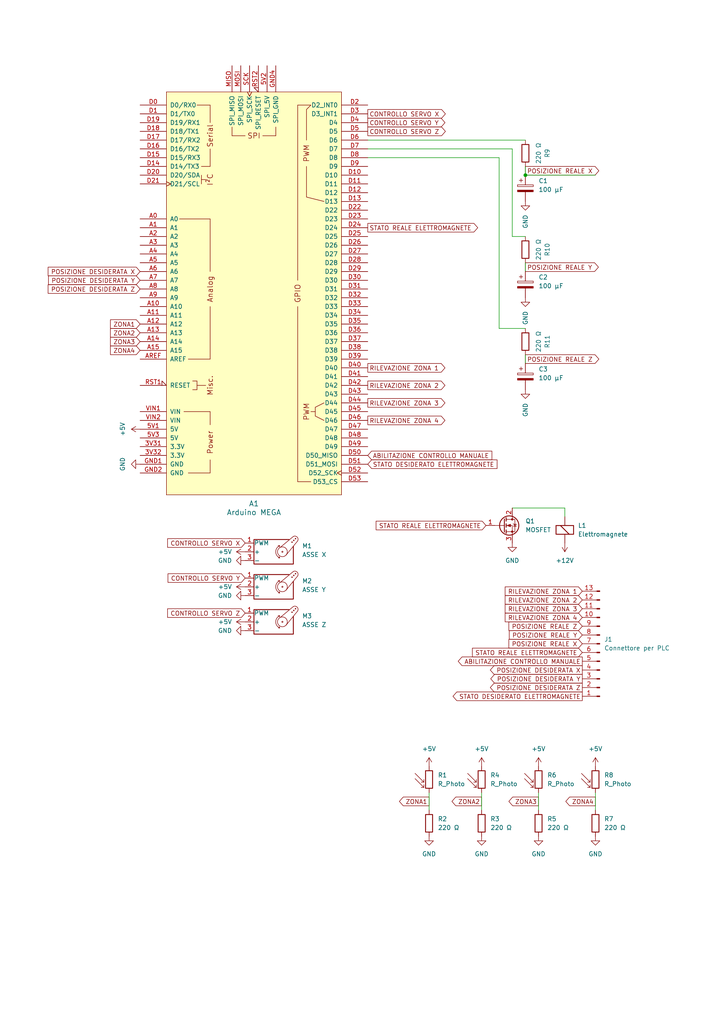
<source format=kicad_sch>
(kicad_sch (version 20230121) (generator eeschema)
  (paper "A4" portrait)
  (title_block (title "Schema Carroponte") (date "2023-07-17"))
  (lib_symbols
    (symbol "Connector:Conn_01x13_Pin" (pin_names (offset 1.016) hide)
      (property "Reference" "J" (at 0 17.78 0))
      (property "Value" "Conn_01x13_Pin" (at 0 -17.78 0))
      (symbol "Conn_01x13_Pin_1_1"
        (polyline (pts (xy 1.27 -15.24) (xy 0.8636 -15.24)) (stroke (width 0.1524)))
        (polyline (pts (xy 1.27 -12.7) (xy 0.8636 -12.7)) (stroke (width 0.1524)))
        (polyline (pts (xy 1.27 -10.16) (xy 0.8636 -10.16)) (stroke (width 0.1524)))
        (polyline (pts (xy 1.27 -7.62) (xy 0.8636 -7.62)) (stroke (width 0.1524)))
        (polyline (pts (xy 1.27 -5.08) (xy 0.8636 -5.08)) (stroke (width 0.1524)))
        (polyline (pts (xy 1.27 -2.54) (xy 0.8636 -2.54)) (stroke (width 0.1524)))
        (polyline (pts (xy 1.27 0) (xy 0.8636 0)) (stroke (width 0.1524)))
        (polyline (pts (xy 1.27 2.54) (xy 0.8636 2.54)) (stroke (width 0.1524)))
        (polyline (pts (xy 1.27 5.08) (xy 0.8636 5.08)) (stroke (width 0.1524)))
        (polyline (pts (xy 1.27 7.62) (xy 0.8636 7.62)) (stroke (width 0.1524)))
        (polyline (pts (xy 1.27 10.16) (xy 0.8636 10.16)) (stroke (width 0.1524)))
        (polyline (pts (xy 1.27 12.7) (xy 0.8636 12.7)) (stroke (width 0.1524)))
        (polyline (pts (xy 1.27 15.24) (xy 0.8636 15.24)) (stroke (width 0.1524)))
        (rectangle (start 0.8636 -15.113) (end 0 -15.367) (stroke (width 0.1524)) (fill (type outline)))
        (rectangle (start 0.8636 -12.573) (end 0 -12.827) (stroke (width 0.1524)) (fill (type outline)))
        (rectangle (start 0.8636 -10.033) (end 0 -10.287) (stroke (width 0.1524)) (fill (type outline)))
        (rectangle (start 0.8636 -7.493) (end 0 -7.747) (stroke (width 0.1524)) (fill (type outline)))
        (rectangle (start 0.8636 -4.953) (end 0 -5.207) (stroke (width 0.1524)) (fill (type outline)))
        (rectangle (start 0.8636 -2.413) (end 0 -2.667) (stroke (width 0.1524)) (fill (type outline)))
        (rectangle (start 0.8636 0.127) (end 0 -0.127) (stroke (width 0.1524)) (fill (type outline)))
        (rectangle (start 0.8636 2.667) (end 0 2.413) (stroke (width 0.1524)) (fill (type outline)))
        (rectangle (start 0.8636 5.207) (end 0 4.953) (stroke (width 0.1524)) (fill (type outline)))
        (rectangle (start 0.8636 7.747) (end 0 7.493) (stroke (width 0.1524)) (fill (type outline)))
        (rectangle (start 0.8636 10.287) (end 0 10.033) (stroke (width 0.1524)) (fill (type outline)))
        (rectangle (start 0.8636 12.827) (end 0 12.573) (stroke (width 0.1524)) (fill (type outline)))
        (rectangle (start 0.8636 15.367) (end 0 15.113) (stroke (width 0.1524)) (fill (type outline)))
        (pin passive line (at 5.08 15.24 180) (length 3.81) (name "Pin_1") (number "1"))
        (pin passive line (at 5.08 -7.62 180) (length 3.81) (name "Pin_10") (number "10"))
        (pin passive line (at 5.08 -10.16 180) (length 3.81) (name "Pin_11") (number "11"))
        (pin passive line (at 5.08 -12.7 180) (length 3.81) (name "Pin_12") (number "12"))
        (pin passive line (at 5.08 -15.24 180) (length 3.81) (name "Pin_13") (number "13"))
        (pin passive line (at 5.08 12.7 180) (length 3.81) (name "Pin_2") (number "2"))
        (pin passive line (at 5.08 10.16 180) (length 3.81) (name "Pin_3") (number "3"))
        (pin passive line (at 5.08 7.62 180) (length 3.81) (name "Pin_4") (number "4"))
        (pin passive line (at 5.08 5.08 180) (length 3.81) (name "Pin_5") (number "5"))
        (pin passive line (at 5.08 2.54 180) (length 3.81) (name "Pin_6") (number "6"))
        (pin passive line (at 5.08 0 180) (length 3.81) (name "Pin_7") (number "7"))
        (pin passive line (at 5.08 -2.54 180) (length 3.81) (name "Pin_8") (number "8"))
        (pin passive line (at 5.08 -5.08 180) (length 3.81) (name "Pin_9") (number "9"))
      )
    )
    (symbol "Device:C_Polarized" (pin_numbers hide) (pin_names (offset 0.254))
      (property "Reference" "C" (at 0.635 2.54 0))
      (property "Value" "C_Polarized" (at 0.635 -2.54 0))
      (symbol "C_Polarized_0_1"
        (rectangle (start -2.286 0.508) (end 2.286 1.016))
        (polyline (pts (xy -1.778 2.286) (xy -0.762 2.286)))
        (polyline (pts (xy -1.27 2.794) (xy -1.27 1.778)))
        (rectangle (start 2.286 -0.508) (end -2.286 -1.016) (fill (type outline)))
      )
      (symbol "C_Polarized_1_1"
        (pin passive line (at 0 3.81 270) (length 2.794) (name "~") (number "1"))
        (pin passive line (at 0 -3.81 90) (length 2.794) (name "~") (number "2"))
      )
    )
    (symbol "Device:ElectromagneticActor" (pin_numbers hide) (pin_names (offset 0.0254) hide)
      (property "Reference" "L" (at 1.27 3.81 0))
      (property "Value" "ElectromagneticActor" (at 1.27 -1.27 0))
      (symbol "ElectromagneticActor_0_1"
        (rectangle (start -2.54 2.54) (end 2.54 0) (stroke (width 0.254)))
        (polyline (pts (xy -1.27 2.54) (xy 1.27 0)) (stroke (width 0.254)))
      )
      (symbol "ElectromagneticActor_1_1"
        (pin passive line (at 0 5.08 270) (length 2.54) (name "-") (number "1"))
        (pin passive line (at 0 -2.54 90) (length 2.54) (name "+") (number "2"))
      )
    )
    (symbol "Device:Q_NMOS_GDS" (pin_names (offset 0) hide)
      (property "Reference" "Q" (at 5.08 1.27 0))
      (property "Value" "Q_NMOS_GDS" (at 5.08 -1.27 0))
      (symbol "Q_NMOS_GDS_0_1"
        (polyline (pts (xy 0.254 0) (xy -2.54 0)))
        (polyline (pts (xy 0.254 1.905) (xy 0.254 -1.905)) (stroke (width 0.254)))
        (polyline (pts (xy 0.762 -1.27) (xy 0.762 -2.286)) (stroke (width 0.254)))
        (polyline (pts (xy 0.762 0.508) (xy 0.762 -0.508)) (stroke (width 0.254)))
        (polyline (pts (xy 0.762 2.286) (xy 0.762 1.27)) (stroke (width 0.254)))
        (polyline (pts (xy 2.54 2.54) (xy 2.54 1.778)))
        (polyline (pts (xy 2.54 -2.54) (xy 2.54 0) (xy 0.762 0)))
        (polyline (pts (xy 0.762 -1.778) (xy 3.302 -1.778) (xy 3.302 1.778) (xy 0.762 1.778)))
        (polyline (pts (xy 1.016 0) (xy 2.032 0.381) (xy 2.032 -0.381) (xy 1.016 0)) (fill (type outline)))
        (polyline (pts (xy 2.794 0.508) (xy 2.921 0.381) (xy 3.683 0.381) (xy 3.81 0.254)))
        (polyline (pts (xy 3.302 0.381) (xy 2.921 -0.254) (xy 3.683 -0.254) (xy 3.302 0.381)))
        (circle (center 1.651 0) (radius 2.794) (stroke (width 0.254)))
        (circle (center 2.54 -1.778) (radius 0.254) (fill (type outline)))
        (circle (center 2.54 1.778) (radius 0.254) (fill (type outline)))
      )
      (symbol "Q_NMOS_GDS_1_1"
        (pin input line (at -5.08 0 0) (length 2.54) (name "G") (number "1"))
        (pin passive line (at 2.54 5.08 270) (length 2.54) (name "D") (number "2"))
        (pin passive line (at 2.54 -5.08 90) (length 2.54) (name "S") (number "3"))
      )
    )
    (symbol "Device:R" (pin_numbers hide) (pin_names (offset 0))
      (property "Reference" "R" (at 2.032 0 90))
      (property "Value" "R" (at 0 0 90))
      (symbol "R_0_1"
        (rectangle (start -1.016 -2.54) (end 1.016 2.54) (stroke (width 0.254)))
      )
      (symbol "R_1_1"
        (pin passive line (at 0 3.81 270) (length 1.27) (name "~") (number "1"))
        (pin passive line (at 0 -3.81 90) (length 1.27) (name "~") (number "2"))
      )
    )
    (symbol "Device:R_Photo" (pin_numbers hide) (pin_names (offset 0))
      (property "Reference" "R" (at 1.27 1.27 0))
      (property "Value" "R_Photo" (at 1.27 0 0))
      (symbol "R_Photo_0_1"
        (rectangle (start -1.016 2.54) (end 1.016 -2.54) (stroke (width 0.254)))
        (polyline (pts (xy -1.524 -2.286) (xy -4.064 0.254)))
        (polyline (pts (xy -1.524 -2.286) (xy -2.286 -2.286)))
        (polyline (pts (xy -1.524 -2.286) (xy -1.524 -1.524)))
        (polyline (pts (xy -1.524 -0.762) (xy -4.064 1.778)))
        (polyline (pts (xy -1.524 -0.762) (xy -2.286 -0.762)))
        (polyline (pts (xy -1.524 -0.762) (xy -1.524 0)))
      )
      (symbol "R_Photo_1_1"
        (pin passive line (at 0 3.81 270) (length 1.27) (name "~") (number "1"))
        (pin passive line (at 0 -3.81 90) (length 1.27) (name "~") (number "2"))
      )
    )
    (symbol "Motor:Motor_Servo" (pin_names (offset 0.0254))
      (property "Reference" "M" (at -5.08 4.445 0))
      (property "Value" "Motor_Servo" (at -5.08 -4.064 0))
      (symbol "Motor_Servo_0_1"
        (polyline (pts (xy 2.413 -1.778) (xy 2.032 -1.778)))
        (polyline (pts (xy 2.413 -1.778) (xy 2.286 -1.397)))
        (polyline (pts (xy 2.413 1.778) (xy 1.905 1.778)))
        (polyline (pts (xy 2.413 1.778) (xy 2.286 1.397)))
        (polyline (pts (xy 6.35 4.445) (xy 2.54 1.27)))
        (polyline (pts (xy 7.62 3.175) (xy 4.191 -1.016)))
        (polyline (pts (xy 5.08 3.556) (xy -5.08 3.556) (xy -5.08 -3.556) (xy 6.35 -3.556) (xy 6.35 1.524)) (stroke (width 0.254)))
        (arc (start 2.413 1.778) (mid 1.2406 0) (end 2.413 -1.778))
        (circle (center 3.175 0) (radius 0.1778))
        (circle (center 3.175 0) (radius 1.4224))
        (circle (center 5.969 2.794) (radius 0.127))
        (circle (center 6.477 3.302) (radius 0.127))
        (circle (center 6.985 3.81) (radius 0.127))
        (arc (start 7.62 3.175) (mid 7.4485 4.2735) (end 6.35 4.445))
      )
      (symbol "Motor_Servo_1_1"
        (pin passive line (at -7.62 2.54 0) (length 2.54) (name "PWM") (number "1"))
        (pin passive line (at -7.62 0 0) (length 2.54) (name "+") (number "2"))
        (pin passive line (at -7.62 -2.54 0) (length 2.54) (name "-") (number "3"))
      )
    )
    (symbol "PCM_arduino-library:Clone_Mega2560_Pro_Socket" (pin_names (offset 1.016))
      (property "Reference" "A" (at 0 -62.23 0))
      (property "Value" "Clone_Mega2560_Pro_Socket" (at 0 -66.04 0))
      (symbol "Clone_Mega2560_Pro_Socket_0_0"
        (rectangle (start -25.4 -58.42) (end 25.4 58.42) (fill (type background)))
        (rectangle (start -20.32 -34.29) (end -12.7 -34.29))
        (rectangle (start -19.05 -52.07) (end -12.7 -52.07))
        (rectangle (start -19.05 -19.05) (end -12.7 -19.05))
        (rectangle (start -17.78 -27.94) (end -16.51 -27.94))
        (rectangle (start -17.78 -25.4) (end -16.51 -25.4))
        (rectangle (start -16.51 -26.67) (end -13.97 -26.67))
        (rectangle (start -16.51 -25.4) (end -16.51 -27.94))
        (rectangle (start -16.51 54.61) (end -12.7 54.61))
        (rectangle (start -15.24 33.02) (end -13.97 33.02))
        (rectangle (start -15.24 34.29) (end -15.24 31.75))
        (rectangle (start -15.24 36.83) (end -12.7 36.83))
        (rectangle (start -12.7 -48.26) (end -12.7 -52.07))
        (rectangle (start -12.7 -34.29) (end -12.7 -38.1))
        (rectangle (start -12.7 41.91) (end -12.7 36.83))
        (rectangle (start -12.7 49.53) (end -12.7 54.61))
        (rectangle (start -6.35 48.26) (end -6.35 45.72))
        (rectangle (start -2.54 45.72) (end -6.35 45.72))
        (polyline (pts (xy -21.59 21.59) (xy -12.7 21.59)))
        (polyline (pts (xy -12.7 -19.05) (xy -12.7 -3.81)))
        (polyline (pts (xy -12.7 6.35) (xy -12.7 21.59)))
        (polyline (pts (xy 12.7 -54.61) (xy 16.51 -54.61)))
        (polyline (pts (xy 12.7 54.61) (xy 16.51 54.61)))
        (polyline (pts (xy 17.78 -34.29) (xy 16.51 -34.29)))
        (polyline (pts (xy 15.24 36.83) (xy 15.24 27.94) (xy 20.32 26.67)))
        (polyline (pts (xy 15.24 44.45) (xy 15.24 53.34) (xy 16.51 54.61)))
        (polyline (pts (xy 20.32 -31.75) (xy 17.78 -33.02) (xy 17.78 -35.56) (xy 20.32 -36.83)))
        (rectangle (start 6.35 45.72) (end 2.54 45.72))
        (rectangle (start 6.35 48.26) (end 6.35 45.72))
        (text "Analog" (at -12.7 1.27 900) (effects (font (size 1.524 1.524))))
        (text "I²C" (at -12.7 33.02 900) (effects (font (size 1.524 1.524))))
        (text "Misc." (at -12.7 -26.67 900) (effects (font (size 1.524 1.524))))
        (text "Power" (at -12.7 -43.18 900) (effects (font (size 1.524 1.524))))
        (text "PWM" (at 15.24 -34.29 900) (effects (font (size 1.524 1.524))))
        (text "PWM" (at 15.24 40.64 900) (effects (font (size 1.524 1.524))))
        (text "Serial" (at -12.7 45.72 900) (effects (font (size 1.524 1.524))))
        (text "SPI" (at 0 45.72 0) (effects (font (size 1.524 1.524))))
      )
      (symbol "Clone_Mega2560_Pro_Socket_1_0"
        (rectangle (start 12.7 -54.61) (end 12.7 -3.81))
        (rectangle (start 12.7 54.61) (end 12.7 3.81))
        (text "GPIO" (at 12.7 0 900) (effects (font (size 1.524 1.524))))
      )
      (symbol "Clone_Mega2560_Pro_Socket_1_1"
        (pin power_out line (at -33.02 -44.45 0) (length 7.62) (name "3.3V") (number "3V31"))
        (pin power_out line (at -33.02 -46.99 0) (length 7.62) (name "3.3V") (number "3V32"))
        (pin power_in line (at -33.02 -39.37 0) (length 7.62) (name "5V") (number "5V1"))
        (pin power_in line (at 3.81 66.04 270) (length 7.62) (name "SPI_5V") (number "5V2"))
        (pin power_in line (at -33.02 -41.91 0) (length 7.62) (name "5V") (number "5V3"))
        (pin bidirectional line (at -33.02 21.59 0) (length 7.62) (name "A0") (number "A0"))
        (pin bidirectional line (at -33.02 19.05 0) (length 7.62) (name "A1") (number "A1"))
        (pin bidirectional line (at -33.02 -3.81 0) (length 7.62) (name "A10") (number "A10"))
        (pin bidirectional line (at -33.02 -6.35 0) (length 7.62) (name "A11") (number "A11"))
        (pin bidirectional line (at -33.02 -8.89 0) (length 7.62) (name "A12") (number "A12"))
        (pin bidirectional line (at -33.02 -11.43 0) (length 7.62) (name "A13") (number "A13"))
        (pin bidirectional line (at -33.02 -13.97 0) (length 7.62) (name "A14") (number "A14"))
        (pin bidirectional line (at -33.02 -16.51 0) (length 7.62) (name "A15") (number "A15"))
        (pin bidirectional line (at -33.02 16.51 0) (length 7.62) (name "A2") (number "A2"))
        (pin bidirectional line (at -33.02 13.97 0) (length 7.62) (name "A3") (number "A3"))
        (pin bidirectional line (at -33.02 11.43 0) (length 7.62) (name "A4") (number "A4"))
        (pin bidirectional line (at -33.02 8.89 0) (length 7.62) (name "A5") (number "A5"))
        (pin bidirectional line (at -33.02 6.35 0) (length 7.62) (name "A6") (number "A6"))
        (pin bidirectional line (at -33.02 3.81 0) (length 7.62) (name "A7") (number "A7"))
        (pin bidirectional line (at -33.02 1.27 0) (length 7.62) (name "A8") (number "A8"))
        (pin bidirectional line (at -33.02 -1.27 0) (length 7.62) (name "A9") (number "A9"))
        (pin input line (at -33.02 -19.05 0) (length 7.62) (name "AREF") (number "AREF"))
        (pin bidirectional line (at -33.02 54.61 0) (length 7.62) (name "D0/RX0") (number "D0"))
        (pin bidirectional line (at -33.02 52.07 0) (length 7.62) (name "D1/TX0") (number "D1"))
        (pin bidirectional line (at 33.02 34.29 180) (length 7.62) (name "D10") (number "D10"))
        (pin bidirectional line (at 33.02 31.75 180) (length 7.62) (name "D11") (number "D11"))
        (pin bidirectional line (at 33.02 29.21 180) (length 7.62) (name "D12") (number "D12"))
        (pin bidirectional line (at 33.02 26.67 180) (length 7.62) (name "D13") (number "D13"))
        (pin bidirectional line (at -33.02 36.83 0) (length 7.62) (name "D14/TX3") (number "D14"))
        (pin bidirectional line (at -33.02 39.37 0) (length 7.62) (name "D15/RX3") (number "D15"))
        (pin bidirectional line (at -33.02 41.91 0) (length 7.62) (name "D16/TX2") (number "D16"))
        (pin bidirectional line (at -33.02 44.45 0) (length 7.62) (name "D17/RX2") (number "D17"))
        (pin bidirectional line (at -33.02 46.99 0) (length 7.62) (name "D18/TX1") (number "D18"))
        (pin bidirectional line (at -33.02 49.53 0) (length 7.62) (name "D19/RX1") (number "D19"))
        (pin bidirectional line (at 33.02 54.61 180) (length 7.62) (name "D2_INT0") (number "D2"))
        (pin bidirectional line (at -33.02 34.29 0) (length 7.62) (name "D20/SDA") (number "D20"))
        (pin bidirectional clock (at -33.02 31.75 0) (length 7.62) (name "D21/SCL") (number "D21"))
        (pin bidirectional line (at 33.02 24.13 180) (length 7.62) (name "D22") (number "D22"))
        (pin bidirectional line (at 33.02 21.59 180) (length 7.62) (name "D23") (number "D23"))
        (pin bidirectional line (at 33.02 19.05 180) (length 7.62) (name "D24") (number "D24"))
        (pin bidirectional line (at 33.02 16.51 180) (length 7.62) (name "D25") (number "D25"))
        (pin bidirectional line (at 33.02 13.97 180) (length 7.62) (name "D26") (number "D26"))
        (pin bidirectional line (at 33.02 11.43 180) (length 7.62) (name "D27") (number "D27"))
        (pin bidirectional line (at 33.02 8.89 180) (length 7.62) (name "D28") (number "D28"))
        (pin bidirectional line (at 33.02 6.35 180) (length 7.62) (name "D29") (number "D29"))
        (pin bidirectional line (at 33.02 52.07 180) (length 7.62) (name "D3_INT1") (number "D3"))
        (pin bidirectional line (at 33.02 3.81 180) (length 7.62) (name "D30") (number "D30"))
        (pin bidirectional line (at 33.02 1.27 180) (length 7.62) (name "D31") (number "D31"))
        (pin bidirectional line (at 33.02 -1.27 180) (length 7.62) (name "D32") (number "D32"))
        (pin bidirectional line (at 33.02 -3.81 180) (length 7.62) (name "D33") (number "D33"))
        (pin bidirectional line (at 33.02 -6.35 180) (length 7.62) (name "D34") (number "D34"))
        (pin bidirectional line (at 33.02 -8.89 180) (length 7.62) (name "D35") (number "D35"))
        (pin bidirectional line (at 33.02 -11.43 180) (length 7.62) (name "D36") (number "D36"))
        (pin bidirectional line (at 33.02 -13.97 180) (length 7.62) (name "D37") (number "D37"))
        (pin bidirectional line (at 33.02 -16.51 180) (length 7.62) (name "D38") (number "D38"))
        (pin bidirectional line (at 33.02 -19.05 180) (length 7.62) (name "D39") (number "D39"))
        (pin bidirectional line (at 33.02 49.53 180) (length 7.62) (name "D4") (number "D4"))
        (pin bidirectional line (at 33.02 -21.59 180) (length 7.62) (name "D40") (number "D40"))
        (pin bidirectional line (at 33.02 -24.13 180) (length 7.62) (name "D41") (number "D41"))
        (pin bidirectional line (at 33.02 -26.67 180) (length 7.62) (name "D42") (number "D42"))
        (pin bidirectional line (at 33.02 -29.21 180) (length 7.62) (name "D43") (number "D43"))
        (pin bidirectional line (at 33.02 -31.75 180) (length 7.62) (name "D44") (number "D44"))
        (pin bidirectional line (at 33.02 -34.29 180) (length 7.62) (name "D45") (number "D45"))
        (pin bidirectional line (at 33.02 -36.83 180) (length 7.62) (name "D46") (number "D46"))
        (pin bidirectional line (at 33.02 -39.37 180) (length 7.62) (name "D47") (number "D47"))
        (pin bidirectional line (at 33.02 -41.91 180) (length 7.62) (name "D48") (number "D48"))
        (pin bidirectional line (at 33.02 -44.45 180) (length 7.62) (name "D49") (number "D49"))
        (pin bidirectional line (at 33.02 46.99 180) (length 7.62) (name "D5") (number "D5"))
        (pin bidirectional line (at 33.02 -46.99 180) (length 7.62) (name "D50_MISO") (number "D50"))
        (pin bidirectional line (at 33.02 -49.53 180) (length 7.62) (name "D51_MOSI") (number "D51"))
        (pin bidirectional clock (at 33.02 -52.07 180) (length 7.62) (name "D52_SCK") (number "D52"))
        (pin bidirectional line (at 33.02 -54.61 180) (length 7.62) (name "D53_CS") (number "D53"))
        (pin bidirectional line (at 33.02 44.45 180) (length 7.62) (name "D6") (number "D6"))
        (pin bidirectional line (at 33.02 41.91 180) (length 7.62) (name "D7") (number "D7"))
        (pin bidirectional line (at 33.02 39.37 180) (length 7.62) (name "D8") (number "D8"))
        (pin bidirectional line (at 33.02 36.83 180) (length 7.62) (name "D9") (number "D9"))
        (pin power_in line (at -33.02 -49.53 0) (length 7.62) (name "GND") (number "GND1"))
        (pin power_in line (at -33.02 -52.07 0) (length 7.62) (name "GND") (number "GND2"))
        (pin power_in line (at 6.35 66.04 270) (length 7.62) (name "SPI_GND") (number "GND4"))
        (pin input line (at -6.35 66.04 270) (length 7.62) (name "SPI_MISO") (number "MISO"))
        (pin output line (at -3.81 66.04 270) (length 7.62) (name "SPI_MOSI") (number "MOSI"))
        (pin open_collector input_low (at -33.02 -26.67 0) (length 7.62) (name "RESET") (number "RST1"))
        (pin open_collector input_low (at 1.27 66.04 270) (length 7.62) (name "SPI_RESET") (number "RST2"))
        (pin output clock (at -1.27 66.04 270) (length 7.62) (name "SPI_SCK") (number "SCK"))
        (pin power_in line (at -33.02 -34.29 0) (length 7.62) (name "VIN") (number "VIN1"))
        (pin power_in line (at -33.02 -36.83 0) (length 7.62) (name "VIN") (number "VIN2"))
      )
    )
    (symbol "power:+12V" (power) (pin_names (offset 0))
      (property "Value" "+12V" (at 0 3.556 0))
      (symbol "+12V_0_1"
        (polyline (pts (xy -0.762 1.27) (xy 0 2.54)))
        (polyline (pts (xy 0 0) (xy 0 2.54)))
        (polyline (pts (xy 0 2.54) (xy 0.762 1.27)))
      )
      (symbol "+12V_1_1"
        (pin power_in line (at 0 0 90) (length 0) hide (name "+12V") (number "1"))
      )
    )
    (symbol "power:+5V" (power) (pin_names (offset 0))
      (property "Value" "+5V" (at 0 3.556 0))
      (symbol "+5V_0_1"
        (polyline (pts (xy -0.762 1.27) (xy 0 2.54)))
        (polyline (pts (xy 0 0) (xy 0 2.54)))
        (polyline (pts (xy 0 2.54) (xy 0.762 1.27)))
      )
      (symbol "+5V_1_1"
        (pin power_in line (at 0 0 90) (length 0) hide (name "+5V") (number "1"))
      )
    )
    (symbol "power:GND" (power) (pin_names (offset 0))
      (property "Value" "GND" (at 0 -3.81 0))
      (symbol "GND_0_1"
        (polyline (pts (xy 0 0) (xy 0 -1.27) (xy 1.27 -1.27) (xy 0 -2.54) (xy -1.27 -1.27) (xy 0 -1.27)))
      )
      (symbol "GND_1_1"
        (pin power_in line (at 0 0 270) (length 0) hide (name "GND") (number "1"))
      )
    )
  )
  (junction (at 152.4 50.8))
  (wire (pts (xy 172.72 234.95) (xy 172.72 229.87)))
  (wire (pts (xy 106.68 43.18) (xy 148.59 43.18)))
  (wire (pts (xy 152.4 102.87) (xy 152.4 105.41)))
  (wire (pts (xy 139.7 234.95) (xy 139.7 229.87)))
  (wire (pts (xy 106.68 45.72) (xy 144.78 45.72)))
  (wire (pts (xy 163.83 147.32) (xy 163.83 149.86)))
  (wire (pts (xy 148.59 43.18) (xy 148.59 68.58)))
  (wire (pts (xy 152.4 40.64) (xy 106.68 40.64)))
  (wire (pts (xy 144.78 95.25) (xy 152.4 95.25)))
  (wire (pts (xy 148.59 68.58) (xy 152.4 68.58)))
  (wire (pts (xy 156.21 234.95) (xy 156.21 229.87)))
  (wire (pts (xy 152.4 48.26) (xy 152.4 50.8)))
  (wire (pts (xy 124.46 234.95) (xy 124.46 229.87)))
  (wire (pts (xy 152.4 76.2) (xy 152.4 78.74)))
  (wire (pts (xy 144.78 45.72) (xy 144.78 95.25)))
  (wire (pts (xy 148.59 147.32) (xy 163.83 147.32)))
  (wire (pts (xy 152.4 50.8) (xy 172.72 50.8)))
  (global_label "ZONA2" (shape input) (at 40.64 96.52 180) (property "Intersheetrefs" "${INTERSHEET_REFS}" (effects hide)))
  (global_label "ABILITAZIONE CONTROLLO MANUALE" (shape output) (at 168.91 191.77 180) (property "Intersheetrefs" "${INTERSHEET_REFS}" (effects hide)))
  (global_label "POSIZIONE REALE Z" (shape input) (at 168.91 181.61 180) (property "Intersheetrefs" "${INTERSHEET_REFS}" (effects hide)))
  (global_label "ZONA1" (shape input) (at 40.64 93.98 180) (property "Intersheetrefs" "${INTERSHEET_REFS}" (effects hide)))
  (global_label "RILEVAZIONE ZONA 1" (shape input) (at 168.91 171.45 180) (property "Intersheetrefs" "${INTERSHEET_REFS}" (effects hide)))
  (global_label "RILEVAZIONE ZONA 2" (shape output) (at 106.68 111.76 0) (property "Intersheetrefs" "${INTERSHEET_REFS}" (effects hide)))
  (global_label "ZONA4" (shape output) (at 172.72 232.41 180) (property "Intersheetrefs" "${INTERSHEET_REFS}" (effects hide)))
  (global_label "POSIZIONE DESIDERATA Y" (shape output) (at 168.91 196.85 180) (property "Intersheetrefs" "${INTERSHEET_REFS}" (effects hide)))
  (global_label "POSIZIONE DESIDERATA Z" (shape input) (at 40.64 83.82 180) (property "Intersheetrefs" "${INTERSHEET_REFS}" (effects hide)))
  (global_label "POSIZIONE DESIDERATA Y" (shape input) (at 40.64 81.28 180) (property "Intersheetrefs" "${INTERSHEET_REFS}" (effects hide)))
  (global_label "STATO DESIDERATO ELETTROMAGNETE" (shape input) (at 106.68 134.62 0) (property "Intersheetrefs" "${INTERSHEET_REFS}" (effects hide)))
  (global_label "POSIZIONE REALE Y" (shape output) (at 152.4 77.47 0) (property "Intersheetrefs" "${INTERSHEET_REFS}" (effects hide)))
  (global_label "POSIZIONE DESIDERATA X" (shape output) (at 168.91 194.31 180) (property "Intersheetrefs" "${INTERSHEET_REFS}" (effects hide)))
  (global_label "RILEVAZIONE ZONA 4" (shape output) (at 106.68 121.92 0) (property "Intersheetrefs" "${INTERSHEET_REFS}" (effects hide)))
  (global_label "CONTROLLO SERVO Z" (shape output) (at 106.68 38.1 0) (property "Intersheetrefs" "${INTERSHEET_REFS}" (effects hide)))
  (global_label "ZONA1" (shape output) (at 124.46 232.41 180) (property "Intersheetrefs" "${INTERSHEET_REFS}" (effects hide)))
  (global_label "STATO REALE ELETTROMAGNETE" (shape output) (at 106.68 66.04 0) (property "Intersheetrefs" "${INTERSHEET_REFS}" (effects hide)))
  (global_label "CONTROLLO SERVO X" (shape output) (at 106.68 33.02 0) (property "Intersheetrefs" "${INTERSHEET_REFS}" (effects hide)))
  (global_label "RILEVAZIONE ZONA 1" (shape output) (at 106.68 106.68 0) (property "Intersheetrefs" "${INTERSHEET_REFS}" (effects hide)))
  (global_label "STATO DESIDERATO ELETTROMAGNETE" (shape output) (at 168.91 201.93 180) (property "Intersheetrefs" "${INTERSHEET_REFS}" (effects hide)))
  (global_label "POSIZIONE REALE X" (shape input) (at 168.91 186.69 180) (property "Intersheetrefs" "${INTERSHEET_REFS}" (effects hide)))
  (global_label "POSIZIONE REALE X" (shape output) (at 152.4 49.53 0) (property "Intersheetrefs" "${INTERSHEET_REFS}" (effects hide)))
  (global_label "POSIZIONE DESIDERATA X" (shape input) (at 40.64 78.74 180) (property "Intersheetrefs" "${INTERSHEET_REFS}" (effects hide)))
  (global_label "CONTROLLO SERVO Z" (shape input) (at 71.12 177.8 180) (property "Intersheetrefs" "${INTERSHEET_REFS}" (effects hide)))
  (global_label "RILEVAZIONE ZONA 4" (shape input) (at 168.91 179.07 180) (property "Intersheetrefs" "${INTERSHEET_REFS}" (effects hide)))
  (global_label "CONTROLLO SERVO Y" (shape output) (at 106.68 35.56 0) (property "Intersheetrefs" "${INTERSHEET_REFS}" (effects hide)))
  (global_label "RILEVAZIONE ZONA 3" (shape input) (at 168.91 176.53 180) (property "Intersheetrefs" "${INTERSHEET_REFS}" (effects hide)))
  (global_label "RILEVAZIONE ZONA 2" (shape input) (at 168.91 173.99 180) (property "Intersheetrefs" "${INTERSHEET_REFS}" (effects hide)))
  (global_label "ABILITAZIONE CONTROLLO MANUALE" (shape input) (at 106.68 132.08 0) (property "Intersheetrefs" "${INTERSHEET_REFS}" (effects hide)))
  (global_label "POSIZIONE REALE Z" (shape output) (at 152.4 104.14 0) (property "Intersheetrefs" "${INTERSHEET_REFS}" (effects hide)))
  (global_label "CONTROLLO SERVO Y" (shape input) (at 71.12 167.64 180) (property "Intersheetrefs" "${INTERSHEET_REFS}" (effects hide)))
  (global_label "POSIZIONE DESIDERATA Z" (shape output) (at 168.91 199.39 180) (property "Intersheetrefs" "${INTERSHEET_REFS}" (effects hide)))
  (global_label "ZONA3" (shape input) (at 40.64 99.06 180) (property "Intersheetrefs" "${INTERSHEET_REFS}" (effects hide)))
  (global_label "ZONA2" (shape output) (at 139.7 232.41 180) (property "Intersheetrefs" "${INTERSHEET_REFS}" (effects hide)))
  (global_label "ZONA4" (shape input) (at 40.64 101.6 180) (property "Intersheetrefs" "${INTERSHEET_REFS}" (effects hide)))
  (global_label "ZONA3" (shape output) (at 156.21 232.41 180) (property "Intersheetrefs" "${INTERSHEET_REFS}" (effects hide)))
  (global_label "CONTROLLO SERVO X" (shape input) (at 71.12 157.48 180) (property "Intersheetrefs" "${INTERSHEET_REFS}" (effects hide)))
  (global_label "STATO REALE ELETTROMAGNETE" (shape input) (at 168.91 189.23 180) (property "Intersheetrefs" "${INTERSHEET_REFS}" (effects hide)))
  (global_label "POSIZIONE REALE Y" (shape input) (at 168.91 184.15 180) (property "Intersheetrefs" "${INTERSHEET_REFS}" (effects hide)))
  (global_label "RILEVAZIONE ZONA 3" (shape output) (at 106.68 116.84 0) (property "Intersheetrefs" "${INTERSHEET_REFS}" (effects hide)))
  (global_label "STATO REALE ELETTROMAGNETE" (shape input) (at 140.97 152.4 180) (property "Intersheetrefs" "${INTERSHEET_REFS}" (effects hide)))
  (symbol (lib_id "power:GND") (at 71.12 182.88 270) (unit 1)
    (property "Reference" "#PWR022" (effects hide))
    (property "Value" "GND" (at 67.31 182.88 90) (effects (justify right)))
  )
  (symbol (lib_id "Motor:Motor_Servo") (at 78.74 170.18 0) (unit 1)
    (property "Reference" "M2" (at 87.63 168.4766 0) (effects (justify left)))
    (property "Value" "ASSE Y" (at 87.63 171.0166 0) (effects (justify left)))
    (property "Datasheet" "http://forums.parallax.com/uploads/attachments/46831/74481.png" (effects hide))
  )
  (symbol (lib_id "Device:R_Photo") (at 156.21 226.06 0) (unit 1)
    (property "Reference" "R6" (at 158.75 224.79 0) (effects (justify left)))
    (property "Value" "R_Photo" (at 158.75 227.33 0) (effects (justify left)))
  )
  (symbol (lib_id "power:GND") (at 71.12 172.72 270) (unit 1)
    (property "Reference" "#PWR021" (effects hide))
    (property "Value" "GND" (at 67.31 172.72 90) (effects (justify right)))
  )
  (symbol (lib_id "power:GND") (at 152.4 86.36 0) (unit 1)
    (property "Reference" "#PWR013" (effects hide))
    (property "Value" "GND" (at 152.4 90.17 90) (effects (justify right)))
  )
  (symbol (lib_id "Device:C_Polarized") (at 152.4 109.22 0) (unit 1)
    (property "Reference" "C3" (at 156.21 107.061 0) (effects (justify left)))
    (property "Value" "100 µF" (at 156.21 109.601 0) (effects (justify left)))
  )
  (symbol (lib_id "Device:R") (at 152.4 44.45 0) (unit 1)
    (property "Reference" "R9" (at 158.75 44.45 90))
    (property "Value" "220 Ω" (at 156.21 44.45 90))
  )
  (symbol (lib_id "power:GND") (at 40.64 134.62 270) (unit 1)
    (property "Reference" "#PWR016" (effects hide))
    (property "Value" "GND" (at 35.56 134.62 0))
  )
  (symbol (lib_id "Connector:Conn_01x13_Pin") (at 173.99 186.69 180) (unit 1)
    (property "Reference" "J1" (at 175.26 185.42 0) (effects (justify right)))
    (property "Value" "Connettore per PLC" (at 175.26 187.96 0) (effects (justify right)))
  )
  (symbol (lib_id "Device:R_Photo") (at 172.72 226.06 0) (unit 1)
    (property "Reference" "R8" (at 175.26 224.79 0) (effects (justify left)))
    (property "Value" "R_Photo" (at 175.26 227.33 0) (effects (justify left)))
  )
  (symbol (lib_id "power:+5V") (at 71.12 170.18 90) (unit 1)
    (property "Reference" "#PWR02" (effects hide))
    (property "Value" "+5V" (at 67.31 170.18 90) (effects (justify left)))
  )
  (symbol (lib_id "Device:R") (at 139.7 238.76 0) (unit 1)
    (property "Reference" "R3" (at 142.24 237.49 0) (effects (justify left)))
    (property "Value" "220 Ω" (at 142.24 240.03 0) (effects (justify left)))
  )
  (symbol (lib_id "Device:R") (at 124.46 238.76 0) (unit 1)
    (property "Reference" "R2" (at 127 237.49 0) (effects (justify left)))
    (property "Value" "220 Ω" (at 127 240.03 0) (effects (justify left)))
  )
  (symbol (lib_id "power:GND") (at 152.4 58.42 0) (unit 1)
    (property "Reference" "#PWR012" (effects hide))
    (property "Value" "GND" (at 152.4 62.23 90) (effects (justify right)))
  )
  (symbol (lib_id "Device:R") (at 152.4 99.06 0) (unit 1)
    (property "Reference" "R11" (at 158.75 99.06 90))
    (property "Value" "220 Ω" (at 156.21 99.06 90))
  )
  (symbol (lib_id "power:GND") (at 124.46 242.57 0) (unit 1)
    (property "Reference" "#PWR05" (effects hide))
    (property "Value" "GND" (at 124.46 247.65 0))
  )
  (symbol (lib_id "Device:C_Polarized") (at 152.4 54.61 0) (unit 1)
    (property "Reference" "C1" (at 156.21 52.451 0) (effects (justify left)))
    (property "Value" "100 µF" (at 156.21 54.991 0) (effects (justify left)))
  )
  (symbol (lib_id "Motor:Motor_Servo") (at 78.74 180.34 0) (unit 1)
    (property "Reference" "M3" (at 87.63 178.6366 0) (effects (justify left)))
    (property "Value" "ASSE Z" (at 87.63 181.1766 0) (effects (justify left)))
    (property "Datasheet" "http://forums.parallax.com/uploads/attachments/46831/74481.png" (effects hide))
  )
  (symbol (lib_id "power:+5V") (at 71.12 180.34 90) (unit 1)
    (property "Reference" "#PWR018" (effects hide))
    (property "Value" "+5V" (at 67.31 180.34 90) (effects (justify left)))
  )
  (symbol (lib_id "power:+5V") (at 172.72 222.25 0) (unit 1)
    (property "Reference" "#PWR011" (effects hide))
    (property "Value" "+5V" (at 172.72 217.17 0))
  )
  (symbol (lib_id "power:GND") (at 71.12 162.56 270) (unit 1)
    (property "Reference" "#PWR020" (effects hide))
    (property "Value" "GND" (at 67.31 162.56 90) (effects (justify right)))
  )
  (symbol (lib_id "Device:R") (at 156.21 238.76 0) (unit 1)
    (property "Reference" "R5" (at 158.75 237.49 0) (effects (justify left)))
    (property "Value" "220 Ω" (at 158.75 240.03 0) (effects (justify left)))
  )
  (symbol (lib_id "Device:R_Photo") (at 124.46 226.06 0) (unit 1)
    (property "Reference" "R1" (at 127 224.79 0) (effects (justify left)))
    (property "Value" "R_Photo" (at 127 227.33 0) (effects (justify left)))
  )
  (symbol (lib_id "Device:R") (at 172.72 238.76 0) (unit 1)
    (property "Reference" "R7" (at 175.26 237.49 0) (effects (justify left)))
    (property "Value" "220 Ω" (at 175.26 240.03 0) (effects (justify left)))
  )
  (symbol (lib_id "power:+5V") (at 156.21 222.25 0) (unit 1)
    (property "Reference" "#PWR09" (effects hide))
    (property "Value" "+5V" (at 156.21 217.17 0))
  )
  (symbol (lib_id "power:GND") (at 172.72 242.57 0) (unit 1)
    (property "Reference" "#PWR010" (effects hide))
    (property "Value" "GND" (at 172.72 247.65 0))
  )
  (symbol (lib_id "power:+5V") (at 124.46 222.25 0) (unit 1)
    (property "Reference" "#PWR04" (effects hide))
    (property "Value" "+5V" (at 124.46 217.17 0))
  )
  (symbol (lib_id "power:GND") (at 152.4 113.03 0) (unit 1)
    (property "Reference" "#PWR014" (effects hide))
    (property "Value" "GND" (at 152.4 116.84 90) (effects (justify right)))
  )
  (symbol (lib_id "power:+5V") (at 40.64 124.46 90) (unit 1)
    (property "Reference" "#PWR03" (effects hide))
    (property "Value" "+5V" (at 35.56 124.46 0))
  )
  (symbol (lib_id "Device:R_Photo") (at 139.7 226.06 0) (unit 1)
    (property "Reference" "R4" (at 142.24 224.79 0) (effects (justify left)))
    (property "Value" "R_Photo" (at 142.24 227.33 0) (effects (justify left)))
  )
  (symbol (lib_id "PCM_arduino-library:Clone_Mega2560_Pro_Socket") (at 73.66 85.09 0) (unit 1)
    (property "Reference" "A1" (at 73.66 146.05 0) (effects (font (size 1.524 1.524))))
    (property "Value" "Arduino MEGA" (at 73.66 148.59 0) (effects (font (size 1.524 1.524))))
    (property "Footprint" "PCM_arduino-library:Clone_Mega2560_Pro_Socket" (effects hide))
    (property "Datasheet" "https://www.pcboard.ca/mega-2560-pro" (effects hide))
  )
  (symbol (lib_id "power:+5V") (at 139.7 222.25 0) (unit 1)
    (property "Reference" "#PWR07" (effects hide))
    (property "Value" "+5V" (at 139.7 217.17 0))
  )
  (symbol (lib_id "Motor:Motor_Servo") (at 78.74 160.02 0) (unit 1)
    (property "Reference" "M1" (at 87.63 158.3166 0) (effects (justify left)))
    (property "Value" "ASSE X" (at 87.63 160.8566 0) (effects (justify left)))
    (property "Datasheet" "http://forums.parallax.com/uploads/attachments/46831/74481.png" (effects hide))
  )
  (symbol (lib_id "power:+5V") (at 71.12 160.02 90) (unit 1)
    (property "Reference" "#PWR01" (effects hide))
    (property "Value" "+5V" (at 67.31 160.02 90) (effects (justify left)))
  )
  (symbol (lib_id "Device:Q_NMOS_GDS") (at 146.05 152.4 0) (unit 1)
    (property "Reference" "Q1" (at 152.4 151.13 0) (effects (justify left)))
    (property "Value" "MOSFET" (at 152.4 153.67 0) (effects (justify left)))
  )
  (symbol (lib_id "power:GND") (at 148.59 157.48 0) (unit 1)
    (property "Reference" "#PWR017" (effects hide))
    (property "Value" "GND" (at 148.59 162.56 0))
  )
  (symbol (lib_id "Device:ElectromagneticActor") (at 163.83 152.4 180) (unit 1)
    (property "Reference" "L1" (at 167.64 152.4 0) (effects (justify right)))
    (property "Value" "Elettromagnete" (at 167.64 154.94 0) (effects (justify right)))
  )
  (symbol (lib_id "Device:R") (at 152.4 72.39 0) (unit 1)
    (property "Reference" "R10" (at 158.75 72.39 90))
    (property "Value" "220 Ω" (at 156.21 72.39 90))
  )
  (symbol (lib_id "power:GND") (at 139.7 242.57 0) (unit 1)
    (property "Reference" "#PWR06" (effects hide))
    (property "Value" "GND" (at 139.7 247.65 0))
  )
  (symbol (lib_id "Device:C_Polarized") (at 152.4 82.55 0) (unit 1)
    (property "Reference" "C2" (at 156.21 80.391 0) (effects (justify left)))
    (property "Value" "100 µF" (at 156.21 82.931 0) (effects (justify left)))
  )
  (symbol (lib_id "power:+12V") (at 163.83 157.48 180) (unit 1)
    (property "Reference" "#PWR019" (effects hide))
    (property "Value" "+12V" (at 163.83 162.56 0))
  )
  (symbol (lib_id "power:GND") (at 156.21 242.57 0) (unit 1)
    (property "Reference" "#PWR08" (effects hide))
    (property "Value" "GND" (at 156.21 247.65 0))
  )
)
</source>
